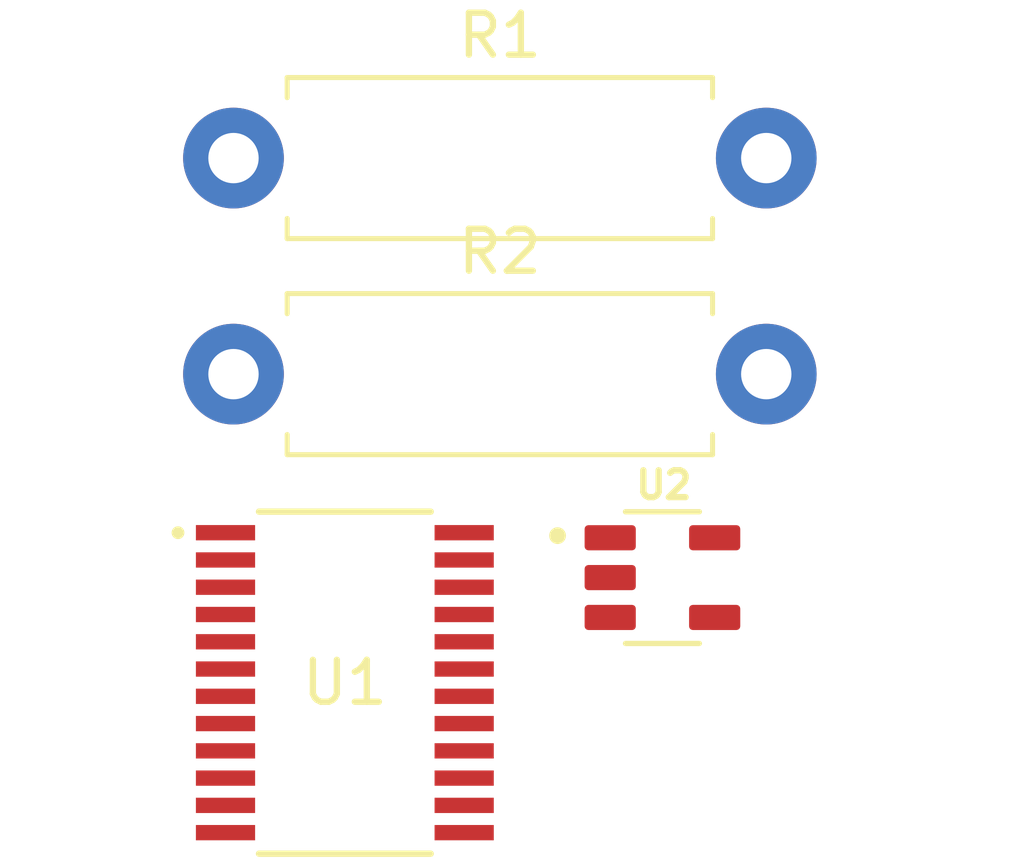
<source format=kicad_pcb>
(kicad_pcb (version 20221018) (generator pcbnew)
  (layers (0 "F.Cu" signal) (31 "B.Cu" signal) (34 "B.Paste" user) (35 "F.Paste" user) (36 "B.SilkS" user "B.Silkscreen") (37 "F.SilkS" user "F.Silkscreen") (38 "B.Mask" user) (39 "F.Mask" user) (44 "Edge.Cuts" user))
  (net 0 "")
  (footprint "footprints:MTC24_TEX" (layer "F.Cu") (at 167.334399 87.4049)
    (fp_text reference "U1" (at 0 0 unlocked) (layer "F.SilkS"))
    (fp_text value "ADC1175CIMTC/NOPB")
    (fp_line (start -2.045591 4.0767) (end 2.045591 4.0767) (stroke (width 0.1524)) (layer "F.SilkS"))
    (fp_line (start 2.045591 -4.0767) (end -2.045591 -4.0767) (stroke (width 0.1524)) (layer "F.SilkS"))
    (fp_circle (center -3.976999 -3.575) (end -3.900799 -3.575) (stroke (width 0.1524)) (fill none) (layer "F.SilkS"))
    (pad "1" smd rect (at -2.8448 -3.574999) (size 1.411198 0.3648) (layers "F.Cu" "F.Paste" "F.Mask"))
    (pad "2" smd rect (at -2.8448 -2.925) (size 1.411198 0.3648) (layers "F.Cu" "F.Paste" "F.Mask"))
    (pad "3" smd rect (at -2.8448 -2.275002) (size 1.411198 0.3648) (layers "F.Cu" "F.Paste" "F.Mask"))
    (pad "4" smd rect (at -2.8448 -1.625001) (size 1.411198 0.3648) (layers "F.Cu" "F.Paste" "F.Mask"))
    (pad "5" smd rect (at -2.8448 -0.975002) (size 1.411198 0.3648) (layers "F.Cu" "F.Paste" "F.Mask"))
    (pad "6" smd rect (at -2.8448 -0.325001) (size 1.411198 0.3648) (layers "F.Cu" "F.Paste" "F.Mask"))
    (pad "7" smd rect (at -2.8448 0.324998) (size 1.411198 0.3648) (layers "F.Cu" "F.Paste" "F.Mask"))
    (pad "8" smd rect (at -2.8448 0.974999) (size 1.411198 0.3648) (layers "F.Cu" "F.Paste" "F.Mask"))
    (pad "9" smd rect (at -2.8448 1.624998) (size 1.411198 0.3648) (layers "F.Cu" "F.Paste" "F.Mask"))
    (pad "10" smd rect (at -2.8448 2.274999) (size 1.411198 0.3648) (layers "F.Cu" "F.Paste" "F.Mask"))
    (pad "11" smd rect (at -2.8448 2.924998) (size 1.411198 0.3648) (layers "F.Cu" "F.Paste" "F.Mask"))
    (pad "12" smd rect (at -2.8448 3.574999) (size 1.411198 0.3648) (layers "F.Cu" "F.Paste" "F.Mask"))
    (pad "13" smd rect (at 2.8448 3.574999) (size 1.411198 0.3648) (layers "F.Cu" "F.Paste" "F.Mask"))
    (pad "14" smd rect (at 2.8448 2.925) (size 1.411198 0.3648) (layers "F.Cu" "F.Paste" "F.Mask"))
    (pad "15" smd rect (at 2.8448 2.274999) (size 1.411198 0.3648) (layers "F.Cu" "F.Paste" "F.Mask"))
    (pad "16" smd rect (at 2.8448 1.625001) (size 1.411198 0.3648) (layers "F.Cu" "F.Paste" "F.Mask"))
    (pad "17" smd rect (at 2.8448 0.974999) (size 1.411198 0.3648) (layers "F.Cu" "F.Paste" "F.Mask"))
    (pad "18" smd rect (at 2.8448 0.325001) (size 1.411198 0.3648) (layers "F.Cu" "F.Paste" "F.Mask"))
    (pad "19" smd rect (at 2.8448 -0.324998) (size 1.411198 0.3648) (layers "F.Cu" "F.Paste" "F.Mask"))
    (pad "20" smd rect (at 2.8448 -0.974999) (size 1.411198 0.3648) (layers "F.Cu" "F.Paste" "F.Mask"))
    (pad "21" smd rect (at 2.8448 -1.624998) (size 1.411198 0.3648) (layers "F.Cu" "F.Paste" "F.Mask"))
    (pad "22" smd rect (at 2.8448 -2.274999) (size 1.411198 0.3648) (layers "F.Cu" "F.Paste" "F.Mask"))
    (pad "23" smd rect (at 2.8448 -2.924998) (size 1.411198 0.3648) (layers "F.Cu" "F.Paste" "F.Mask"))
    (pad "24" smd rect (at 2.8448 -3.574999) (size 1.411198 0.3648) (layers "F.Cu" "F.Paste" "F.Mask"))
  )
  (footprint "Resistor_THT:R_Axial_DIN0411_L9.9mm_D3.6mm_P12.70mm_Horizontal" (layer "F.Cu") (at 164.68 74.9)
    (fp_text reference "R1" (at 6.35 -2.92) (layer "F.SilkS"))
    (fp_text value "R")
    (fp_line (start 1.28 -1.92) (end 11.42 -1.92) (stroke (width 0.12)) (layer "F.SilkS"))
    (fp_line (start 1.28 -1.44) (end 1.28 -1.92) (stroke (width 0.12)) (layer "F.SilkS"))
    (fp_line (start 1.28 1.44) (end 1.28 1.92) (stroke (width 0.12)) (layer "F.SilkS"))
    (fp_line (start 1.28 1.92) (end 11.42 1.92) (stroke (width 0.12)) (layer "F.SilkS"))
    (fp_line (start 11.42 -1.92) (end 11.42 -1.44) (stroke (width 0.12)) (layer "F.SilkS"))
    (fp_line (start 11.42 1.92) (end 11.42 1.44) (stroke (width 0.12)) (layer "F.SilkS"))
    (pad "1" thru_hole circle (at 0 0) (size 2.4 2.4) (drill 1.2) (layers "*.Cu" "*.Mask"))
    (pad "2" thru_hole oval (at 12.7 0) (size 2.4 2.4) (drill 1.2) (layers "*.Cu" "*.Mask"))
  )
  (footprint "MCP6291T-E_OT:SOT95P280X145-5N" (layer "F.Cu") (at 174.905 84.9)
    (fp_text reference "U2" (at 0.032 -2.2064) (layer "F.SilkS") (effects (font (size 0.64 0.64))))
    (fp_text value "MCP6291T-E_OT")
    (fp_line (start -0.88 -1.57) (end 0.88 -1.57) (stroke (width 0.127)) (layer "F.SilkS"))
    (fp_line (start -0.88 1.57) (end 0.88 1.57) (stroke (width 0.127)) (layer "F.SilkS"))
    (fp_circle (center -2.5 -1) (end -2.4 -1) (stroke (width 0.2)) (fill none) (layer "F.SilkS"))
    (pad "1" smd roundrect (at -1.245 -0.95) (size 1.22 0.6) (layers "F.Cu" "F.Paste" "F.Mask") (roundrect_rratio 0.15))
    (pad "2" smd roundrect (at -1.245 0) (size 1.22 0.6) (layers "F.Cu" "F.Paste" "F.Mask") (roundrect_rratio 0.15))
    (pad "3" smd roundrect (at -1.245 0.95) (size 1.22 0.6) (layers "F.Cu" "F.Paste" "F.Mask") (roundrect_rratio 0.15))
    (pad "4" smd roundrect (at 1.245 0.95) (size 1.22 0.6) (layers "F.Cu" "F.Paste" "F.Mask") (roundrect_rratio 0.15))
    (pad "5" smd roundrect (at 1.245 -0.95) (size 1.22 0.6) (layers "F.Cu" "F.Paste" "F.Mask") (roundrect_rratio 0.15))
  )
  (footprint "Resistor_THT:R_Axial_DIN0411_L9.9mm_D3.6mm_P12.70mm_Horizontal" (layer "F.Cu") (at 164.68 80.05)
    (fp_text reference "R2" (at 6.35 -2.92) (layer "F.SilkS"))
    (fp_text value "R")
    (fp_line (start 1.28 -1.92) (end 11.42 -1.92) (stroke (width 0.12)) (layer "F.SilkS"))
    (fp_line (start 1.28 -1.44) (end 1.28 -1.92) (stroke (width 0.12)) (layer "F.SilkS"))
    (fp_line (start 1.28 1.44) (end 1.28 1.92) (stroke (width 0.12)) (layer "F.SilkS"))
    (fp_line (start 1.28 1.92) (end 11.42 1.92) (stroke (width 0.12)) (layer "F.SilkS"))
    (fp_line (start 11.42 -1.92) (end 11.42 -1.44) (stroke (width 0.12)) (layer "F.SilkS"))
    (fp_line (start 11.42 1.92) (end 11.42 1.44) (stroke (width 0.12)) (layer "F.SilkS"))
    (pad "1" thru_hole circle (at 0 0) (size 2.4 2.4) (drill 1.2) (layers "*.Cu" "*.Mask"))
    (pad "2" thru_hole oval (at 12.7 0) (size 2.4 2.4) (drill 1.2) (layers "*.Cu" "*.Mask"))
  )
)
</source>
